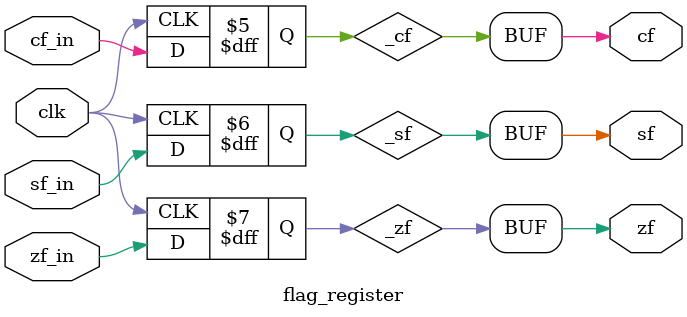
<source format=v>
module flag_register (
    input wire cf_in,
    input wire sf_in,
    input wire zf_in,
    input wire clk,
    output wire cf,
    output wire sf,
    output wire zf
);

reg _cf = 0,_sf = 0,_zf = 0;

always @(posedge clk) begin
    _cf <= cf_in;
    _sf <= sf_in;
    _zf <= zf_in;
end
    

    assign cf = _cf;
    assign sf = _sf;
    assign zf = _zf;

endmodule
</source>
